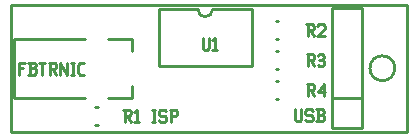
<source format=gto>
G04 start of page 8 for group -4079 idx -4079 *
G04 Title: wearlink, topsilk *
G04 Creator: pcb 1.99z *
G04 CreationDate: Mon Feb 18 11:15:00 2013 UTC *
G04 For: dijkstra *
G04 Format: Gerber/RS-274X *
G04 PCB-Dimensions (mil): 1326.38 433.46 *
G04 PCB-Coordinate-Origin: lower left *
%MOIN*%
%FSLAX25Y25*%
%LNTOPSILK*%
%ADD56C,0.0100*%
G54D56*X295Y512D02*Y43031D01*
Y43071D02*X335Y43031D01*
X295Y512D02*X132146D01*
X335Y43031D02*X132146D01*
Y512D01*
X40453Y15866D02*Y11929D01*
X32579D02*X40453D01*
X1083D02*X24705D01*
X1083Y31614D02*Y11929D01*
Y31614D02*X24705D01*
X32579D02*X40453D01*
Y27677D01*
X88485Y17499D02*X89271D01*
X88485Y11595D02*X89271D01*
X88485Y27460D02*X89271D01*
X88485Y21556D02*X89271D01*
X88485Y37460D02*X89271D01*
X88485Y31556D02*X89271D01*
X117106Y41850D02*Y1850D01*
X107106Y41850D02*X117106D01*
X107106D02*Y1850D01*
X117106D01*
X107106Y11850D02*X117106D01*
X107106D02*Y1850D01*
X49362Y41508D02*Y22508D01*
X80362D01*
Y41508D02*Y22508D01*
X49362Y41508D02*X62362D01*
X67362D02*X80362D01*
X62362D02*G75*G03X67362Y41508I2500J0D01*G01*
X28249Y3072D02*X29035D01*
X28249Y8976D02*X29035D01*
X119783Y21850D02*G75*G03X119783Y21850I4134J0D01*G01*
X98720Y16500D02*X100720D01*
X101220Y16000D01*
Y15000D01*
X100720Y14500D02*X101220Y15000D01*
X99220Y14500D02*X100720D01*
X99220Y16500D02*Y12500D01*
X100020Y14500D02*X101220Y12500D01*
X102420Y14000D02*X104420Y16500D01*
X102420Y14000D02*X104920D01*
X104420Y16500D02*Y12500D01*
X98720Y26461D02*X100720D01*
X101220Y25961D01*
Y24961D01*
X100720Y24461D02*X101220Y24961D01*
X99220Y24461D02*X100720D01*
X99220Y26461D02*Y22461D01*
X100020Y24461D02*X101220Y22461D01*
X102420Y25961D02*X102920Y26461D01*
X103920D01*
X104420Y25961D01*
X103920Y22461D02*X104420Y22961D01*
X102920Y22461D02*X103920D01*
X102420Y22961D02*X102920Y22461D01*
Y24661D02*X103920D01*
X104420Y25961D02*Y25161D01*
Y24161D02*Y22961D01*
Y24161D02*X103920Y24661D01*
X104420Y25161D02*X103920Y24661D01*
X98483Y36461D02*X100483D01*
X100983Y35961D01*
Y34961D01*
X100483Y34461D02*X100983Y34961D01*
X98983Y34461D02*X100483D01*
X98983Y36461D02*Y32461D01*
X99783Y34461D02*X100983Y32461D01*
X102183Y35961D02*X102683Y36461D01*
X104183D01*
X104683Y35961D01*
Y34961D01*
X102183Y32461D02*X104683Y34961D01*
X102183Y32461D02*X104683D01*
X94941Y8094D02*Y4594D01*
X95441Y4094D01*
X96441D01*
X96941Y4594D01*
Y8094D02*Y4594D01*
X100141Y8094D02*X100641Y7594D01*
X98641Y8094D02*X100141D01*
X98141Y7594D02*X98641Y8094D01*
X98141Y7594D02*Y6594D01*
X98641Y6094D01*
X100141D01*
X100641Y5594D01*
Y4594D01*
X100141Y4094D02*X100641Y4594D01*
X98641Y4094D02*X100141D01*
X98141Y4594D02*X98641Y4094D01*
X101841D02*X103841D01*
X104341Y4594D01*
Y5794D02*Y4594D01*
X103841Y6294D02*X104341Y5794D01*
X102341Y6294D02*X103841D01*
X102341Y8094D02*Y4094D01*
X101841Y8094D02*X103841D01*
X104341Y7594D01*
Y6794D01*
X103841Y6294D02*X104341Y6794D01*
X2657Y23724D02*Y19724D01*
Y23724D02*X4657D01*
X2657Y21924D02*X4157D01*
X5857Y19724D02*X7857D01*
X8357Y20224D01*
Y21424D02*Y20224D01*
X7857Y21924D02*X8357Y21424D01*
X6357Y21924D02*X7857D01*
X6357Y23724D02*Y19724D01*
X5857Y23724D02*X7857D01*
X8357Y23224D01*
Y22424D01*
X7857Y21924D02*X8357Y22424D01*
X9557Y23724D02*X11557D01*
X10557D02*Y19724D01*
X12757Y23724D02*X14757D01*
X15257Y23224D01*
Y22224D01*
X14757Y21724D02*X15257Y22224D01*
X13257Y21724D02*X14757D01*
X13257Y23724D02*Y19724D01*
X14057Y21724D02*X15257Y19724D01*
X16457Y23724D02*Y19724D01*
Y23724D02*X18957Y19724D01*
Y23724D02*Y19724D01*
X20158Y23724D02*X21158D01*
X20658D02*Y19724D01*
X20158D02*X21158D01*
X23058D02*X24358D01*
X22358Y20424D02*X23058Y19724D01*
X22358Y23024D02*Y20424D01*
Y23024D02*X23058Y23724D01*
X24358D01*
X47185Y7996D02*X48185D01*
X47685D02*Y3996D01*
X47185D02*X48185D01*
X51385Y7996D02*X51885Y7496D01*
X49885Y7996D02*X51385D01*
X49385Y7496D02*X49885Y7996D01*
X49385Y7496D02*Y6496D01*
X49885Y5996D01*
X51385D01*
X51885Y5496D01*
Y4496D01*
X51385Y3996D02*X51885Y4496D01*
X49885Y3996D02*X51385D01*
X49385Y4496D02*X49885Y3996D01*
X53585Y7996D02*Y3996D01*
X53085Y7996D02*X55085D01*
X55585Y7496D01*
Y6496D01*
X55085Y5996D02*X55585Y6496D01*
X53585Y5996D02*X55085D01*
X63974Y31938D02*Y28438D01*
X64474Y27938D01*
X65474D01*
X65974Y28438D01*
Y31938D02*Y28438D01*
X67174Y31138D02*X67974Y31938D01*
Y27938D01*
X67174D02*X68674D01*
X37500Y7976D02*X39500D01*
X40000Y7476D01*
Y6476D01*
X39500Y5976D02*X40000Y6476D01*
X38000Y5976D02*X39500D01*
X38000Y7976D02*Y3976D01*
X38800Y5976D02*X40000Y3976D01*
X41200Y7176D02*X42000Y7976D01*
Y3976D01*
X41200D02*X42700D01*
M02*

</source>
